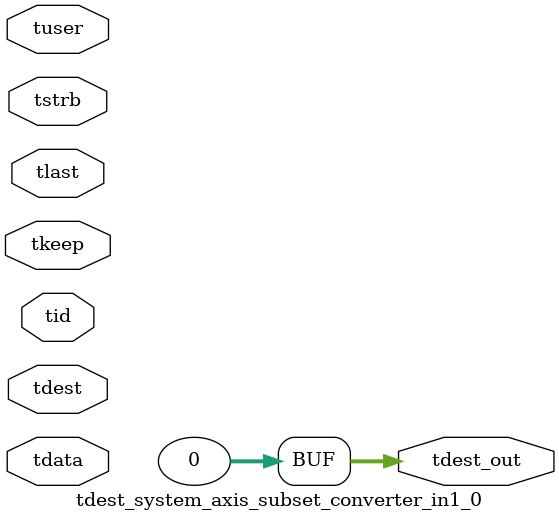
<source format=v>


`timescale 1ps/1ps

module tdest_system_axis_subset_converter_in1_0 #
(
parameter C_S_AXIS_TDATA_WIDTH = 32,
parameter C_S_AXIS_TUSER_WIDTH = 0,
parameter C_S_AXIS_TID_WIDTH   = 0,
parameter C_S_AXIS_TDEST_WIDTH = 0,
parameter C_M_AXIS_TDEST_WIDTH = 32
)
(
input  [(C_S_AXIS_TDATA_WIDTH == 0 ? 1 : C_S_AXIS_TDATA_WIDTH)-1:0     ] tdata,
input  [(C_S_AXIS_TUSER_WIDTH == 0 ? 1 : C_S_AXIS_TUSER_WIDTH)-1:0     ] tuser,
input  [(C_S_AXIS_TID_WIDTH   == 0 ? 1 : C_S_AXIS_TID_WIDTH)-1:0       ] tid,
input  [(C_S_AXIS_TDEST_WIDTH == 0 ? 1 : C_S_AXIS_TDEST_WIDTH)-1:0     ] tdest,
input  [(C_S_AXIS_TDATA_WIDTH/8)-1:0 ] tkeep,
input  [(C_S_AXIS_TDATA_WIDTH/8)-1:0 ] tstrb,
input                                                                    tlast,
output [C_M_AXIS_TDEST_WIDTH-1:0] tdest_out
);

assign tdest_out = {1'b0};

endmodule


</source>
